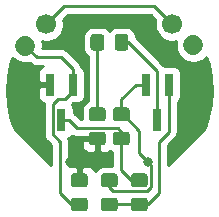
<source format=gbr>
G04 #@! TF.GenerationSoftware,KiCad,Pcbnew,5.1.5+dfsg1-2build2*
G04 #@! TF.CreationDate,2020-06-19T12:28:30-07:00*
G04 #@! TF.ProjectId,touch-circuit-v2,746f7563-682d-4636-9972-637569742d76,rev?*
G04 #@! TF.SameCoordinates,Original*
G04 #@! TF.FileFunction,Copper,L1,Top*
G04 #@! TF.FilePolarity,Positive*
%FSLAX46Y46*%
G04 Gerber Fmt 4.6, Leading zero omitted, Abs format (unit mm)*
G04 Created by KiCad (PCBNEW 5.1.5+dfsg1-2build2) date 2020-06-19 12:28:30*
%MOMM*%
%LPD*%
G04 APERTURE LIST*
%ADD10C,1.700000*%
%ADD11C,1.700000*%
%ADD12C,0.100000*%
%ADD13R,0.800000X1.900000*%
%ADD14C,0.800000*%
%ADD15C,0.250000*%
%ADD16C,0.254000*%
G04 APERTURE END LIST*
D10*
X136906000Y-84836000D03*
D11*
X135109949Y-86632051D02*
X135109949Y-86632051D01*
X149352000Y-86614000D02*
X149352000Y-86614000D01*
D10*
X147555949Y-84817949D03*
G04 #@! TA.AperFunction,SMDPad,CuDef*
D12*
G36*
X142714505Y-97461204D02*
G01*
X142738773Y-97464804D01*
X142762572Y-97470765D01*
X142785671Y-97479030D01*
X142807850Y-97489520D01*
X142828893Y-97502132D01*
X142848599Y-97516747D01*
X142866777Y-97533223D01*
X142883253Y-97551401D01*
X142897868Y-97571107D01*
X142910480Y-97592150D01*
X142920970Y-97614329D01*
X142929235Y-97637428D01*
X142935196Y-97661227D01*
X142938796Y-97685495D01*
X142940000Y-97709999D01*
X142940000Y-98360001D01*
X142938796Y-98384505D01*
X142935196Y-98408773D01*
X142929235Y-98432572D01*
X142920970Y-98455671D01*
X142910480Y-98477850D01*
X142897868Y-98498893D01*
X142883253Y-98518599D01*
X142866777Y-98536777D01*
X142848599Y-98553253D01*
X142828893Y-98567868D01*
X142807850Y-98580480D01*
X142785671Y-98590970D01*
X142762572Y-98599235D01*
X142738773Y-98605196D01*
X142714505Y-98608796D01*
X142690001Y-98610000D01*
X141789999Y-98610000D01*
X141765495Y-98608796D01*
X141741227Y-98605196D01*
X141717428Y-98599235D01*
X141694329Y-98590970D01*
X141672150Y-98580480D01*
X141651107Y-98567868D01*
X141631401Y-98553253D01*
X141613223Y-98536777D01*
X141596747Y-98518599D01*
X141582132Y-98498893D01*
X141569520Y-98477850D01*
X141559030Y-98455671D01*
X141550765Y-98432572D01*
X141544804Y-98408773D01*
X141541204Y-98384505D01*
X141540000Y-98360001D01*
X141540000Y-97709999D01*
X141541204Y-97685495D01*
X141544804Y-97661227D01*
X141550765Y-97637428D01*
X141559030Y-97614329D01*
X141569520Y-97592150D01*
X141582132Y-97571107D01*
X141596747Y-97551401D01*
X141613223Y-97533223D01*
X141631401Y-97516747D01*
X141651107Y-97502132D01*
X141672150Y-97489520D01*
X141694329Y-97479030D01*
X141717428Y-97470765D01*
X141741227Y-97464804D01*
X141765495Y-97461204D01*
X141789999Y-97460000D01*
X142690001Y-97460000D01*
X142714505Y-97461204D01*
G37*
G04 #@! TD.AperFunction*
G04 #@! TA.AperFunction,SMDPad,CuDef*
G36*
X142714505Y-99511204D02*
G01*
X142738773Y-99514804D01*
X142762572Y-99520765D01*
X142785671Y-99529030D01*
X142807850Y-99539520D01*
X142828893Y-99552132D01*
X142848599Y-99566747D01*
X142866777Y-99583223D01*
X142883253Y-99601401D01*
X142897868Y-99621107D01*
X142910480Y-99642150D01*
X142920970Y-99664329D01*
X142929235Y-99687428D01*
X142935196Y-99711227D01*
X142938796Y-99735495D01*
X142940000Y-99759999D01*
X142940000Y-100410001D01*
X142938796Y-100434505D01*
X142935196Y-100458773D01*
X142929235Y-100482572D01*
X142920970Y-100505671D01*
X142910480Y-100527850D01*
X142897868Y-100548893D01*
X142883253Y-100568599D01*
X142866777Y-100586777D01*
X142848599Y-100603253D01*
X142828893Y-100617868D01*
X142807850Y-100630480D01*
X142785671Y-100640970D01*
X142762572Y-100649235D01*
X142738773Y-100655196D01*
X142714505Y-100658796D01*
X142690001Y-100660000D01*
X141789999Y-100660000D01*
X141765495Y-100658796D01*
X141741227Y-100655196D01*
X141717428Y-100649235D01*
X141694329Y-100640970D01*
X141672150Y-100630480D01*
X141651107Y-100617868D01*
X141631401Y-100603253D01*
X141613223Y-100586777D01*
X141596747Y-100568599D01*
X141582132Y-100548893D01*
X141569520Y-100527850D01*
X141559030Y-100505671D01*
X141550765Y-100482572D01*
X141544804Y-100458773D01*
X141541204Y-100434505D01*
X141540000Y-100410001D01*
X141540000Y-99759999D01*
X141541204Y-99735495D01*
X141544804Y-99711227D01*
X141550765Y-99687428D01*
X141559030Y-99664329D01*
X141569520Y-99642150D01*
X141582132Y-99621107D01*
X141596747Y-99601401D01*
X141613223Y-99583223D01*
X141631401Y-99566747D01*
X141651107Y-99552132D01*
X141672150Y-99539520D01*
X141694329Y-99529030D01*
X141717428Y-99520765D01*
X141741227Y-99514804D01*
X141765495Y-99511204D01*
X141789999Y-99510000D01*
X142690001Y-99510000D01*
X142714505Y-99511204D01*
G37*
G04 #@! TD.AperFunction*
G04 #@! TA.AperFunction,SMDPad,CuDef*
G36*
X141564505Y-85661204D02*
G01*
X141588773Y-85664804D01*
X141612572Y-85670765D01*
X141635671Y-85679030D01*
X141657850Y-85689520D01*
X141678893Y-85702132D01*
X141698599Y-85716747D01*
X141716777Y-85733223D01*
X141733253Y-85751401D01*
X141747868Y-85771107D01*
X141760480Y-85792150D01*
X141770970Y-85814329D01*
X141779235Y-85837428D01*
X141785196Y-85861227D01*
X141788796Y-85885495D01*
X141790000Y-85909999D01*
X141790000Y-86810001D01*
X141788796Y-86834505D01*
X141785196Y-86858773D01*
X141779235Y-86882572D01*
X141770970Y-86905671D01*
X141760480Y-86927850D01*
X141747868Y-86948893D01*
X141733253Y-86968599D01*
X141716777Y-86986777D01*
X141698599Y-87003253D01*
X141678893Y-87017868D01*
X141657850Y-87030480D01*
X141635671Y-87040970D01*
X141612572Y-87049235D01*
X141588773Y-87055196D01*
X141564505Y-87058796D01*
X141540001Y-87060000D01*
X140889999Y-87060000D01*
X140865495Y-87058796D01*
X140841227Y-87055196D01*
X140817428Y-87049235D01*
X140794329Y-87040970D01*
X140772150Y-87030480D01*
X140751107Y-87017868D01*
X140731401Y-87003253D01*
X140713223Y-86986777D01*
X140696747Y-86968599D01*
X140682132Y-86948893D01*
X140669520Y-86927850D01*
X140659030Y-86905671D01*
X140650765Y-86882572D01*
X140644804Y-86858773D01*
X140641204Y-86834505D01*
X140640000Y-86810001D01*
X140640000Y-85909999D01*
X140641204Y-85885495D01*
X140644804Y-85861227D01*
X140650765Y-85837428D01*
X140659030Y-85814329D01*
X140669520Y-85792150D01*
X140682132Y-85771107D01*
X140696747Y-85751401D01*
X140713223Y-85733223D01*
X140731401Y-85716747D01*
X140751107Y-85702132D01*
X140772150Y-85689520D01*
X140794329Y-85679030D01*
X140817428Y-85670765D01*
X140841227Y-85664804D01*
X140865495Y-85661204D01*
X140889999Y-85660000D01*
X141540001Y-85660000D01*
X141564505Y-85661204D01*
G37*
G04 #@! TD.AperFunction*
G04 #@! TA.AperFunction,SMDPad,CuDef*
G36*
X143614505Y-85661204D02*
G01*
X143638773Y-85664804D01*
X143662572Y-85670765D01*
X143685671Y-85679030D01*
X143707850Y-85689520D01*
X143728893Y-85702132D01*
X143748599Y-85716747D01*
X143766777Y-85733223D01*
X143783253Y-85751401D01*
X143797868Y-85771107D01*
X143810480Y-85792150D01*
X143820970Y-85814329D01*
X143829235Y-85837428D01*
X143835196Y-85861227D01*
X143838796Y-85885495D01*
X143840000Y-85909999D01*
X143840000Y-86810001D01*
X143838796Y-86834505D01*
X143835196Y-86858773D01*
X143829235Y-86882572D01*
X143820970Y-86905671D01*
X143810480Y-86927850D01*
X143797868Y-86948893D01*
X143783253Y-86968599D01*
X143766777Y-86986777D01*
X143748599Y-87003253D01*
X143728893Y-87017868D01*
X143707850Y-87030480D01*
X143685671Y-87040970D01*
X143662572Y-87049235D01*
X143638773Y-87055196D01*
X143614505Y-87058796D01*
X143590001Y-87060000D01*
X142939999Y-87060000D01*
X142915495Y-87058796D01*
X142891227Y-87055196D01*
X142867428Y-87049235D01*
X142844329Y-87040970D01*
X142822150Y-87030480D01*
X142801107Y-87017868D01*
X142781401Y-87003253D01*
X142763223Y-86986777D01*
X142746747Y-86968599D01*
X142732132Y-86948893D01*
X142719520Y-86927850D01*
X142709030Y-86905671D01*
X142700765Y-86882572D01*
X142694804Y-86858773D01*
X142691204Y-86834505D01*
X142690000Y-86810001D01*
X142690000Y-85909999D01*
X142691204Y-85885495D01*
X142694804Y-85861227D01*
X142700765Y-85837428D01*
X142709030Y-85814329D01*
X142719520Y-85792150D01*
X142732132Y-85771107D01*
X142746747Y-85751401D01*
X142763223Y-85733223D01*
X142781401Y-85716747D01*
X142801107Y-85702132D01*
X142822150Y-85689520D01*
X142844329Y-85679030D01*
X142867428Y-85670765D01*
X142891227Y-85664804D01*
X142915495Y-85661204D01*
X142939999Y-85660000D01*
X143590001Y-85660000D01*
X143614505Y-85661204D01*
G37*
G04 #@! TD.AperFunction*
D13*
X139126000Y-89940000D03*
X137226000Y-89940000D03*
X138176000Y-92940000D03*
X146304000Y-92940000D03*
X145354000Y-89940000D03*
X147254000Y-89940000D03*
G04 #@! TA.AperFunction,SMDPad,CuDef*
D12*
G36*
X140174505Y-99511204D02*
G01*
X140198773Y-99514804D01*
X140222572Y-99520765D01*
X140245671Y-99529030D01*
X140267850Y-99539520D01*
X140288893Y-99552132D01*
X140308599Y-99566747D01*
X140326777Y-99583223D01*
X140343253Y-99601401D01*
X140357868Y-99621107D01*
X140370480Y-99642150D01*
X140380970Y-99664329D01*
X140389235Y-99687428D01*
X140395196Y-99711227D01*
X140398796Y-99735495D01*
X140400000Y-99759999D01*
X140400000Y-100410001D01*
X140398796Y-100434505D01*
X140395196Y-100458773D01*
X140389235Y-100482572D01*
X140380970Y-100505671D01*
X140370480Y-100527850D01*
X140357868Y-100548893D01*
X140343253Y-100568599D01*
X140326777Y-100586777D01*
X140308599Y-100603253D01*
X140288893Y-100617868D01*
X140267850Y-100630480D01*
X140245671Y-100640970D01*
X140222572Y-100649235D01*
X140198773Y-100655196D01*
X140174505Y-100658796D01*
X140150001Y-100660000D01*
X139249999Y-100660000D01*
X139225495Y-100658796D01*
X139201227Y-100655196D01*
X139177428Y-100649235D01*
X139154329Y-100640970D01*
X139132150Y-100630480D01*
X139111107Y-100617868D01*
X139091401Y-100603253D01*
X139073223Y-100586777D01*
X139056747Y-100568599D01*
X139042132Y-100548893D01*
X139029520Y-100527850D01*
X139019030Y-100505671D01*
X139010765Y-100482572D01*
X139004804Y-100458773D01*
X139001204Y-100434505D01*
X139000000Y-100410001D01*
X139000000Y-99759999D01*
X139001204Y-99735495D01*
X139004804Y-99711227D01*
X139010765Y-99687428D01*
X139019030Y-99664329D01*
X139029520Y-99642150D01*
X139042132Y-99621107D01*
X139056747Y-99601401D01*
X139073223Y-99583223D01*
X139091401Y-99566747D01*
X139111107Y-99552132D01*
X139132150Y-99539520D01*
X139154329Y-99529030D01*
X139177428Y-99520765D01*
X139201227Y-99514804D01*
X139225495Y-99511204D01*
X139249999Y-99510000D01*
X140150001Y-99510000D01*
X140174505Y-99511204D01*
G37*
G04 #@! TD.AperFunction*
G04 #@! TA.AperFunction,SMDPad,CuDef*
G36*
X140174505Y-97461204D02*
G01*
X140198773Y-97464804D01*
X140222572Y-97470765D01*
X140245671Y-97479030D01*
X140267850Y-97489520D01*
X140288893Y-97502132D01*
X140308599Y-97516747D01*
X140326777Y-97533223D01*
X140343253Y-97551401D01*
X140357868Y-97571107D01*
X140370480Y-97592150D01*
X140380970Y-97614329D01*
X140389235Y-97637428D01*
X140395196Y-97661227D01*
X140398796Y-97685495D01*
X140400000Y-97709999D01*
X140400000Y-98360001D01*
X140398796Y-98384505D01*
X140395196Y-98408773D01*
X140389235Y-98432572D01*
X140380970Y-98455671D01*
X140370480Y-98477850D01*
X140357868Y-98498893D01*
X140343253Y-98518599D01*
X140326777Y-98536777D01*
X140308599Y-98553253D01*
X140288893Y-98567868D01*
X140267850Y-98580480D01*
X140245671Y-98590970D01*
X140222572Y-98599235D01*
X140198773Y-98605196D01*
X140174505Y-98608796D01*
X140150001Y-98610000D01*
X139249999Y-98610000D01*
X139225495Y-98608796D01*
X139201227Y-98605196D01*
X139177428Y-98599235D01*
X139154329Y-98590970D01*
X139132150Y-98580480D01*
X139111107Y-98567868D01*
X139091401Y-98553253D01*
X139073223Y-98536777D01*
X139056747Y-98518599D01*
X139042132Y-98498893D01*
X139029520Y-98477850D01*
X139019030Y-98455671D01*
X139010765Y-98432572D01*
X139004804Y-98408773D01*
X139001204Y-98384505D01*
X139000000Y-98360001D01*
X139000000Y-97709999D01*
X139001204Y-97685495D01*
X139004804Y-97661227D01*
X139010765Y-97637428D01*
X139019030Y-97614329D01*
X139029520Y-97592150D01*
X139042132Y-97571107D01*
X139056747Y-97551401D01*
X139073223Y-97533223D01*
X139091401Y-97516747D01*
X139111107Y-97502132D01*
X139132150Y-97489520D01*
X139154329Y-97479030D01*
X139177428Y-97470765D01*
X139201227Y-97464804D01*
X139225495Y-97461204D01*
X139249999Y-97460000D01*
X140150001Y-97460000D01*
X140174505Y-97461204D01*
G37*
G04 #@! TD.AperFunction*
G04 #@! TA.AperFunction,SMDPad,CuDef*
G36*
X143730505Y-93923204D02*
G01*
X143754773Y-93926804D01*
X143778572Y-93932765D01*
X143801671Y-93941030D01*
X143823850Y-93951520D01*
X143844893Y-93964132D01*
X143864599Y-93978747D01*
X143882777Y-93995223D01*
X143899253Y-94013401D01*
X143913868Y-94033107D01*
X143926480Y-94054150D01*
X143936970Y-94076329D01*
X143945235Y-94099428D01*
X143951196Y-94123227D01*
X143954796Y-94147495D01*
X143956000Y-94171999D01*
X143956000Y-94822001D01*
X143954796Y-94846505D01*
X143951196Y-94870773D01*
X143945235Y-94894572D01*
X143936970Y-94917671D01*
X143926480Y-94939850D01*
X143913868Y-94960893D01*
X143899253Y-94980599D01*
X143882777Y-94998777D01*
X143864599Y-95015253D01*
X143844893Y-95029868D01*
X143823850Y-95042480D01*
X143801671Y-95052970D01*
X143778572Y-95061235D01*
X143754773Y-95067196D01*
X143730505Y-95070796D01*
X143706001Y-95072000D01*
X142805999Y-95072000D01*
X142781495Y-95070796D01*
X142757227Y-95067196D01*
X142733428Y-95061235D01*
X142710329Y-95052970D01*
X142688150Y-95042480D01*
X142667107Y-95029868D01*
X142647401Y-95015253D01*
X142629223Y-94998777D01*
X142612747Y-94980599D01*
X142598132Y-94960893D01*
X142585520Y-94939850D01*
X142575030Y-94917671D01*
X142566765Y-94894572D01*
X142560804Y-94870773D01*
X142557204Y-94846505D01*
X142556000Y-94822001D01*
X142556000Y-94171999D01*
X142557204Y-94147495D01*
X142560804Y-94123227D01*
X142566765Y-94099428D01*
X142575030Y-94076329D01*
X142585520Y-94054150D01*
X142598132Y-94033107D01*
X142612747Y-94013401D01*
X142629223Y-93995223D01*
X142647401Y-93978747D01*
X142667107Y-93964132D01*
X142688150Y-93951520D01*
X142710329Y-93941030D01*
X142733428Y-93932765D01*
X142757227Y-93926804D01*
X142781495Y-93923204D01*
X142805999Y-93922000D01*
X143706001Y-93922000D01*
X143730505Y-93923204D01*
G37*
G04 #@! TD.AperFunction*
G04 #@! TA.AperFunction,SMDPad,CuDef*
G36*
X143730505Y-91873204D02*
G01*
X143754773Y-91876804D01*
X143778572Y-91882765D01*
X143801671Y-91891030D01*
X143823850Y-91901520D01*
X143844893Y-91914132D01*
X143864599Y-91928747D01*
X143882777Y-91945223D01*
X143899253Y-91963401D01*
X143913868Y-91983107D01*
X143926480Y-92004150D01*
X143936970Y-92026329D01*
X143945235Y-92049428D01*
X143951196Y-92073227D01*
X143954796Y-92097495D01*
X143956000Y-92121999D01*
X143956000Y-92772001D01*
X143954796Y-92796505D01*
X143951196Y-92820773D01*
X143945235Y-92844572D01*
X143936970Y-92867671D01*
X143926480Y-92889850D01*
X143913868Y-92910893D01*
X143899253Y-92930599D01*
X143882777Y-92948777D01*
X143864599Y-92965253D01*
X143844893Y-92979868D01*
X143823850Y-92992480D01*
X143801671Y-93002970D01*
X143778572Y-93011235D01*
X143754773Y-93017196D01*
X143730505Y-93020796D01*
X143706001Y-93022000D01*
X142805999Y-93022000D01*
X142781495Y-93020796D01*
X142757227Y-93017196D01*
X142733428Y-93011235D01*
X142710329Y-93002970D01*
X142688150Y-92992480D01*
X142667107Y-92979868D01*
X142647401Y-92965253D01*
X142629223Y-92948777D01*
X142612747Y-92930599D01*
X142598132Y-92910893D01*
X142585520Y-92889850D01*
X142575030Y-92867671D01*
X142566765Y-92844572D01*
X142560804Y-92820773D01*
X142557204Y-92796505D01*
X142556000Y-92772001D01*
X142556000Y-92121999D01*
X142557204Y-92097495D01*
X142560804Y-92073227D01*
X142566765Y-92049428D01*
X142575030Y-92026329D01*
X142585520Y-92004150D01*
X142598132Y-91983107D01*
X142612747Y-91963401D01*
X142629223Y-91945223D01*
X142647401Y-91928747D01*
X142667107Y-91914132D01*
X142688150Y-91901520D01*
X142710329Y-91891030D01*
X142733428Y-91882765D01*
X142757227Y-91876804D01*
X142781495Y-91873204D01*
X142805999Y-91872000D01*
X143706001Y-91872000D01*
X143730505Y-91873204D01*
G37*
G04 #@! TD.AperFunction*
G04 #@! TA.AperFunction,SMDPad,CuDef*
G36*
X145254505Y-99511204D02*
G01*
X145278773Y-99514804D01*
X145302572Y-99520765D01*
X145325671Y-99529030D01*
X145347850Y-99539520D01*
X145368893Y-99552132D01*
X145388599Y-99566747D01*
X145406777Y-99583223D01*
X145423253Y-99601401D01*
X145437868Y-99621107D01*
X145450480Y-99642150D01*
X145460970Y-99664329D01*
X145469235Y-99687428D01*
X145475196Y-99711227D01*
X145478796Y-99735495D01*
X145480000Y-99759999D01*
X145480000Y-100410001D01*
X145478796Y-100434505D01*
X145475196Y-100458773D01*
X145469235Y-100482572D01*
X145460970Y-100505671D01*
X145450480Y-100527850D01*
X145437868Y-100548893D01*
X145423253Y-100568599D01*
X145406777Y-100586777D01*
X145388599Y-100603253D01*
X145368893Y-100617868D01*
X145347850Y-100630480D01*
X145325671Y-100640970D01*
X145302572Y-100649235D01*
X145278773Y-100655196D01*
X145254505Y-100658796D01*
X145230001Y-100660000D01*
X144329999Y-100660000D01*
X144305495Y-100658796D01*
X144281227Y-100655196D01*
X144257428Y-100649235D01*
X144234329Y-100640970D01*
X144212150Y-100630480D01*
X144191107Y-100617868D01*
X144171401Y-100603253D01*
X144153223Y-100586777D01*
X144136747Y-100568599D01*
X144122132Y-100548893D01*
X144109520Y-100527850D01*
X144099030Y-100505671D01*
X144090765Y-100482572D01*
X144084804Y-100458773D01*
X144081204Y-100434505D01*
X144080000Y-100410001D01*
X144080000Y-99759999D01*
X144081204Y-99735495D01*
X144084804Y-99711227D01*
X144090765Y-99687428D01*
X144099030Y-99664329D01*
X144109520Y-99642150D01*
X144122132Y-99621107D01*
X144136747Y-99601401D01*
X144153223Y-99583223D01*
X144171401Y-99566747D01*
X144191107Y-99552132D01*
X144212150Y-99539520D01*
X144234329Y-99529030D01*
X144257428Y-99520765D01*
X144281227Y-99514804D01*
X144305495Y-99511204D01*
X144329999Y-99510000D01*
X145230001Y-99510000D01*
X145254505Y-99511204D01*
G37*
G04 #@! TD.AperFunction*
G04 #@! TA.AperFunction,SMDPad,CuDef*
G36*
X145254505Y-97461204D02*
G01*
X145278773Y-97464804D01*
X145302572Y-97470765D01*
X145325671Y-97479030D01*
X145347850Y-97489520D01*
X145368893Y-97502132D01*
X145388599Y-97516747D01*
X145406777Y-97533223D01*
X145423253Y-97551401D01*
X145437868Y-97571107D01*
X145450480Y-97592150D01*
X145460970Y-97614329D01*
X145469235Y-97637428D01*
X145475196Y-97661227D01*
X145478796Y-97685495D01*
X145480000Y-97709999D01*
X145480000Y-98360001D01*
X145478796Y-98384505D01*
X145475196Y-98408773D01*
X145469235Y-98432572D01*
X145460970Y-98455671D01*
X145450480Y-98477850D01*
X145437868Y-98498893D01*
X145423253Y-98518599D01*
X145406777Y-98536777D01*
X145388599Y-98553253D01*
X145368893Y-98567868D01*
X145347850Y-98580480D01*
X145325671Y-98590970D01*
X145302572Y-98599235D01*
X145278773Y-98605196D01*
X145254505Y-98608796D01*
X145230001Y-98610000D01*
X144329999Y-98610000D01*
X144305495Y-98608796D01*
X144281227Y-98605196D01*
X144257428Y-98599235D01*
X144234329Y-98590970D01*
X144212150Y-98580480D01*
X144191107Y-98567868D01*
X144171401Y-98553253D01*
X144153223Y-98536777D01*
X144136747Y-98518599D01*
X144122132Y-98498893D01*
X144109520Y-98477850D01*
X144099030Y-98455671D01*
X144090765Y-98432572D01*
X144084804Y-98408773D01*
X144081204Y-98384505D01*
X144080000Y-98360001D01*
X144080000Y-97709999D01*
X144081204Y-97685495D01*
X144084804Y-97661227D01*
X144090765Y-97637428D01*
X144099030Y-97614329D01*
X144109520Y-97592150D01*
X144122132Y-97571107D01*
X144136747Y-97551401D01*
X144153223Y-97533223D01*
X144171401Y-97516747D01*
X144191107Y-97502132D01*
X144212150Y-97489520D01*
X144234329Y-97479030D01*
X144257428Y-97470765D01*
X144281227Y-97464804D01*
X144305495Y-97461204D01*
X144329999Y-97460000D01*
X145230001Y-97460000D01*
X145254505Y-97461204D01*
G37*
G04 #@! TD.AperFunction*
G04 #@! TA.AperFunction,SMDPad,CuDef*
G36*
X141698505Y-93923204D02*
G01*
X141722773Y-93926804D01*
X141746572Y-93932765D01*
X141769671Y-93941030D01*
X141791850Y-93951520D01*
X141812893Y-93964132D01*
X141832599Y-93978747D01*
X141850777Y-93995223D01*
X141867253Y-94013401D01*
X141881868Y-94033107D01*
X141894480Y-94054150D01*
X141904970Y-94076329D01*
X141913235Y-94099428D01*
X141919196Y-94123227D01*
X141922796Y-94147495D01*
X141924000Y-94171999D01*
X141924000Y-94822001D01*
X141922796Y-94846505D01*
X141919196Y-94870773D01*
X141913235Y-94894572D01*
X141904970Y-94917671D01*
X141894480Y-94939850D01*
X141881868Y-94960893D01*
X141867253Y-94980599D01*
X141850777Y-94998777D01*
X141832599Y-95015253D01*
X141812893Y-95029868D01*
X141791850Y-95042480D01*
X141769671Y-95052970D01*
X141746572Y-95061235D01*
X141722773Y-95067196D01*
X141698505Y-95070796D01*
X141674001Y-95072000D01*
X140773999Y-95072000D01*
X140749495Y-95070796D01*
X140725227Y-95067196D01*
X140701428Y-95061235D01*
X140678329Y-95052970D01*
X140656150Y-95042480D01*
X140635107Y-95029868D01*
X140615401Y-95015253D01*
X140597223Y-94998777D01*
X140580747Y-94980599D01*
X140566132Y-94960893D01*
X140553520Y-94939850D01*
X140543030Y-94917671D01*
X140534765Y-94894572D01*
X140528804Y-94870773D01*
X140525204Y-94846505D01*
X140524000Y-94822001D01*
X140524000Y-94171999D01*
X140525204Y-94147495D01*
X140528804Y-94123227D01*
X140534765Y-94099428D01*
X140543030Y-94076329D01*
X140553520Y-94054150D01*
X140566132Y-94033107D01*
X140580747Y-94013401D01*
X140597223Y-93995223D01*
X140615401Y-93978747D01*
X140635107Y-93964132D01*
X140656150Y-93951520D01*
X140678329Y-93941030D01*
X140701428Y-93932765D01*
X140725227Y-93926804D01*
X140749495Y-93923204D01*
X140773999Y-93922000D01*
X141674001Y-93922000D01*
X141698505Y-93923204D01*
G37*
G04 #@! TD.AperFunction*
G04 #@! TA.AperFunction,SMDPad,CuDef*
G36*
X141698505Y-91873204D02*
G01*
X141722773Y-91876804D01*
X141746572Y-91882765D01*
X141769671Y-91891030D01*
X141791850Y-91901520D01*
X141812893Y-91914132D01*
X141832599Y-91928747D01*
X141850777Y-91945223D01*
X141867253Y-91963401D01*
X141881868Y-91983107D01*
X141894480Y-92004150D01*
X141904970Y-92026329D01*
X141913235Y-92049428D01*
X141919196Y-92073227D01*
X141922796Y-92097495D01*
X141924000Y-92121999D01*
X141924000Y-92772001D01*
X141922796Y-92796505D01*
X141919196Y-92820773D01*
X141913235Y-92844572D01*
X141904970Y-92867671D01*
X141894480Y-92889850D01*
X141881868Y-92910893D01*
X141867253Y-92930599D01*
X141850777Y-92948777D01*
X141832599Y-92965253D01*
X141812893Y-92979868D01*
X141791850Y-92992480D01*
X141769671Y-93002970D01*
X141746572Y-93011235D01*
X141722773Y-93017196D01*
X141698505Y-93020796D01*
X141674001Y-93022000D01*
X140773999Y-93022000D01*
X140749495Y-93020796D01*
X140725227Y-93017196D01*
X140701428Y-93011235D01*
X140678329Y-93002970D01*
X140656150Y-92992480D01*
X140635107Y-92979868D01*
X140615401Y-92965253D01*
X140597223Y-92948777D01*
X140580747Y-92930599D01*
X140566132Y-92910893D01*
X140553520Y-92889850D01*
X140543030Y-92867671D01*
X140534765Y-92844572D01*
X140528804Y-92820773D01*
X140525204Y-92796505D01*
X140524000Y-92772001D01*
X140524000Y-92121999D01*
X140525204Y-92097495D01*
X140528804Y-92073227D01*
X140534765Y-92049428D01*
X140543030Y-92026329D01*
X140553520Y-92004150D01*
X140566132Y-91983107D01*
X140580747Y-91963401D01*
X140597223Y-91945223D01*
X140615401Y-91928747D01*
X140635107Y-91914132D01*
X140656150Y-91901520D01*
X140678329Y-91891030D01*
X140701428Y-91882765D01*
X140725227Y-91876804D01*
X140749495Y-91873204D01*
X140773999Y-91872000D01*
X141674001Y-91872000D01*
X141698505Y-91873204D01*
G37*
G04 #@! TD.AperFunction*
D14*
X145542000Y-96520000D03*
X138938000Y-96520000D03*
X134620000Y-88900000D03*
X149860000Y-88900000D03*
D15*
X144502000Y-89940000D02*
X145354000Y-89940000D01*
X143256000Y-91186000D02*
X144502000Y-89940000D01*
X143256000Y-92447000D02*
X143256000Y-91186000D01*
X145805010Y-96783010D02*
X145542000Y-96520000D01*
X145805010Y-98598180D02*
X145805010Y-96783010D01*
X145468180Y-98935010D02*
X145805010Y-98598180D01*
X142565010Y-98935010D02*
X145468180Y-98935010D01*
X142240000Y-98610000D02*
X142565010Y-98935010D01*
X142240000Y-98035000D02*
X142240000Y-98610000D01*
X143374000Y-92447000D02*
X143256000Y-92447000D01*
X144780000Y-93853000D02*
X143374000Y-92447000D01*
X144780000Y-95758000D02*
X144780000Y-93853000D01*
X145542000Y-96520000D02*
X144780000Y-95758000D01*
X141224000Y-86369000D02*
X141215000Y-86360000D01*
X141224000Y-92447000D02*
X141224000Y-86369000D01*
X144080000Y-98035000D02*
X144780000Y-98035000D01*
X143256000Y-97211000D02*
X144080000Y-98035000D01*
X143256000Y-94497000D02*
X143256000Y-97211000D01*
X143256000Y-93922000D02*
X143256000Y-94497000D01*
X139482990Y-93596990D02*
X142930990Y-93596990D01*
X138826000Y-92940000D02*
X139482990Y-93596990D01*
X142930990Y-93596990D02*
X143256000Y-93922000D01*
X138176000Y-92940000D02*
X138826000Y-92940000D01*
X142240000Y-100085000D02*
X144780000Y-100085000D01*
X146411990Y-94767012D02*
X147254000Y-93925002D01*
X146411990Y-99153010D02*
X146411990Y-94767012D01*
X147254000Y-93925002D02*
X147254000Y-91140000D01*
X145480000Y-100085000D02*
X146411990Y-99153010D01*
X147254000Y-91140000D02*
X147254000Y-89940000D01*
X144780000Y-100085000D02*
X145480000Y-100085000D01*
X143840000Y-86360000D02*
X143265000Y-86360000D01*
X146304000Y-88824000D02*
X143840000Y-86360000D01*
X146304000Y-92940000D02*
X146304000Y-88824000D01*
X139126000Y-90490000D02*
X139126000Y-89940000D01*
X138476000Y-91140000D02*
X139126000Y-90490000D01*
X137926000Y-91140000D02*
X138476000Y-91140000D01*
X137450999Y-91615001D02*
X137926000Y-91140000D01*
X137450999Y-94150001D02*
X137450999Y-91615001D01*
X138068010Y-94767012D02*
X137450999Y-94150001D01*
X138068010Y-99153010D02*
X138068010Y-94767012D01*
X139000000Y-100085000D02*
X138068010Y-99153010D01*
X139700000Y-100085000D02*
X139000000Y-100085000D01*
X139126000Y-88580000D02*
X139126000Y-89940000D01*
X138176000Y-87630000D02*
X139126000Y-88580000D01*
X136107898Y-87630000D02*
X138176000Y-87630000D01*
X135109949Y-86632051D02*
X136107898Y-87630000D01*
X146050000Y-83312000D02*
X147555949Y-84817949D01*
X138430000Y-83312000D02*
X146050000Y-83312000D01*
X136906000Y-84836000D02*
X138430000Y-83312000D01*
D16*
G36*
X139190743Y-94302536D02*
G01*
X139334004Y-94345993D01*
X139445657Y-94356990D01*
X139445666Y-94356990D01*
X139482989Y-94360666D01*
X139520312Y-94356990D01*
X140034740Y-94356990D01*
X140047750Y-94370000D01*
X141097000Y-94370000D01*
X141097000Y-94356990D01*
X141351000Y-94356990D01*
X141351000Y-94370000D01*
X141371000Y-94370000D01*
X141371000Y-94624000D01*
X141351000Y-94624000D01*
X141351000Y-95548250D01*
X141509750Y-95707000D01*
X141924000Y-95710072D01*
X142048482Y-95697812D01*
X142168180Y-95661502D01*
X142278494Y-95602537D01*
X142323041Y-95565979D01*
X142466149Y-95642472D01*
X142496000Y-95651527D01*
X142496001Y-96821928D01*
X141789999Y-96821928D01*
X141616745Y-96838992D01*
X141450149Y-96889528D01*
X141296613Y-96971595D01*
X141162038Y-97082038D01*
X141051595Y-97216613D01*
X141012136Y-97290435D01*
X140989502Y-97215820D01*
X140930537Y-97105506D01*
X140851185Y-97008815D01*
X140754494Y-96929463D01*
X140644180Y-96870498D01*
X140524482Y-96834188D01*
X140400000Y-96821928D01*
X139985750Y-96825000D01*
X139827000Y-96983750D01*
X139827000Y-97908000D01*
X139847000Y-97908000D01*
X139847000Y-98162000D01*
X139827000Y-98162000D01*
X139827000Y-98182000D01*
X139573000Y-98182000D01*
X139573000Y-98162000D01*
X139553000Y-98162000D01*
X139553000Y-97908000D01*
X139573000Y-97908000D01*
X139573000Y-96983750D01*
X139414250Y-96825000D01*
X139000000Y-96821928D01*
X138875518Y-96834188D01*
X138828010Y-96848599D01*
X138828010Y-95072000D01*
X139885928Y-95072000D01*
X139898188Y-95196482D01*
X139934498Y-95316180D01*
X139993463Y-95426494D01*
X140072815Y-95523185D01*
X140169506Y-95602537D01*
X140279820Y-95661502D01*
X140399518Y-95697812D01*
X140524000Y-95710072D01*
X140938250Y-95707000D01*
X141097000Y-95548250D01*
X141097000Y-94624000D01*
X140047750Y-94624000D01*
X139889000Y-94782750D01*
X139885928Y-95072000D01*
X138828010Y-95072000D01*
X138828010Y-94804334D01*
X138831686Y-94767011D01*
X138828010Y-94729688D01*
X138828010Y-94729679D01*
X138817013Y-94618026D01*
X138778801Y-94492054D01*
X138820180Y-94479502D01*
X138930494Y-94420537D01*
X139027185Y-94341185D01*
X139099103Y-94253553D01*
X139190743Y-94302536D01*
G37*
X139190743Y-94302536D02*
X139334004Y-94345993D01*
X139445657Y-94356990D01*
X139445666Y-94356990D01*
X139482989Y-94360666D01*
X139520312Y-94356990D01*
X140034740Y-94356990D01*
X140047750Y-94370000D01*
X141097000Y-94370000D01*
X141097000Y-94356990D01*
X141351000Y-94356990D01*
X141351000Y-94370000D01*
X141371000Y-94370000D01*
X141371000Y-94624000D01*
X141351000Y-94624000D01*
X141351000Y-95548250D01*
X141509750Y-95707000D01*
X141924000Y-95710072D01*
X142048482Y-95697812D01*
X142168180Y-95661502D01*
X142278494Y-95602537D01*
X142323041Y-95565979D01*
X142466149Y-95642472D01*
X142496000Y-95651527D01*
X142496001Y-96821928D01*
X141789999Y-96821928D01*
X141616745Y-96838992D01*
X141450149Y-96889528D01*
X141296613Y-96971595D01*
X141162038Y-97082038D01*
X141051595Y-97216613D01*
X141012136Y-97290435D01*
X140989502Y-97215820D01*
X140930537Y-97105506D01*
X140851185Y-97008815D01*
X140754494Y-96929463D01*
X140644180Y-96870498D01*
X140524482Y-96834188D01*
X140400000Y-96821928D01*
X139985750Y-96825000D01*
X139827000Y-96983750D01*
X139827000Y-97908000D01*
X139847000Y-97908000D01*
X139847000Y-98162000D01*
X139827000Y-98162000D01*
X139827000Y-98182000D01*
X139573000Y-98182000D01*
X139573000Y-98162000D01*
X139553000Y-98162000D01*
X139553000Y-97908000D01*
X139573000Y-97908000D01*
X139573000Y-96983750D01*
X139414250Y-96825000D01*
X139000000Y-96821928D01*
X138875518Y-96834188D01*
X138828010Y-96848599D01*
X138828010Y-95072000D01*
X139885928Y-95072000D01*
X139898188Y-95196482D01*
X139934498Y-95316180D01*
X139993463Y-95426494D01*
X140072815Y-95523185D01*
X140169506Y-95602537D01*
X140279820Y-95661502D01*
X140399518Y-95697812D01*
X140524000Y-95710072D01*
X140938250Y-95707000D01*
X141097000Y-95548250D01*
X141097000Y-94624000D01*
X140047750Y-94624000D01*
X139889000Y-94782750D01*
X139885928Y-95072000D01*
X138828010Y-95072000D01*
X138828010Y-94804334D01*
X138831686Y-94767011D01*
X138828010Y-94729688D01*
X138828010Y-94729679D01*
X138817013Y-94618026D01*
X138778801Y-94492054D01*
X138820180Y-94479502D01*
X138930494Y-94420537D01*
X139027185Y-94341185D01*
X139099103Y-94253553D01*
X139190743Y-94302536D01*
G36*
X146114740Y-84451541D02*
G01*
X146070949Y-84671689D01*
X146070949Y-84964209D01*
X146128017Y-85251107D01*
X146239959Y-85521360D01*
X146402474Y-85764581D01*
X146609317Y-85971424D01*
X146852538Y-86133939D01*
X147122791Y-86245881D01*
X147409689Y-86302949D01*
X147702209Y-86302949D01*
X147907918Y-86262031D01*
X147867000Y-86467740D01*
X147867000Y-86760260D01*
X147924068Y-87047158D01*
X148036010Y-87317411D01*
X148198525Y-87560632D01*
X148405368Y-87767475D01*
X148648589Y-87929990D01*
X148918842Y-88041932D01*
X149205740Y-88099000D01*
X149498260Y-88099000D01*
X149785158Y-88041932D01*
X150055411Y-87929990D01*
X150298632Y-87767475D01*
X150446027Y-87620080D01*
X150638945Y-88192327D01*
X150858384Y-89307713D01*
X150930358Y-90442179D01*
X150853637Y-91576342D01*
X150629401Y-92691458D01*
X150311217Y-93628797D01*
X147171990Y-96768025D01*
X147171990Y-95081813D01*
X147765004Y-94488800D01*
X147794001Y-94465003D01*
X147840720Y-94408076D01*
X147888974Y-94349279D01*
X147959546Y-94217249D01*
X147963336Y-94204754D01*
X148003003Y-94073988D01*
X148014000Y-93962335D01*
X148014000Y-93962325D01*
X148017676Y-93925002D01*
X148014000Y-93887679D01*
X148014000Y-91416018D01*
X148105185Y-91341185D01*
X148184537Y-91244494D01*
X148243502Y-91134180D01*
X148279812Y-91014482D01*
X148292072Y-90890000D01*
X148292072Y-88990000D01*
X148279812Y-88865518D01*
X148243502Y-88745820D01*
X148184537Y-88635506D01*
X148105185Y-88538815D01*
X148008494Y-88459463D01*
X147898180Y-88400498D01*
X147778482Y-88364188D01*
X147654000Y-88351928D01*
X146899749Y-88351928D01*
X146844001Y-88283999D01*
X146815003Y-88260201D01*
X144478072Y-85923271D01*
X144478072Y-85909999D01*
X144461008Y-85736745D01*
X144410472Y-85570149D01*
X144328405Y-85416613D01*
X144217962Y-85282038D01*
X144083387Y-85171595D01*
X143929851Y-85089528D01*
X143763255Y-85038992D01*
X143590001Y-85021928D01*
X142939999Y-85021928D01*
X142766745Y-85038992D01*
X142600149Y-85089528D01*
X142446613Y-85171595D01*
X142312038Y-85282038D01*
X142240000Y-85369816D01*
X142167962Y-85282038D01*
X142033387Y-85171595D01*
X141879851Y-85089528D01*
X141713255Y-85038992D01*
X141540001Y-85021928D01*
X140889999Y-85021928D01*
X140716745Y-85038992D01*
X140550149Y-85089528D01*
X140396613Y-85171595D01*
X140262038Y-85282038D01*
X140151595Y-85416613D01*
X140069528Y-85570149D01*
X140018992Y-85736745D01*
X140001928Y-85909999D01*
X140001928Y-86810001D01*
X140018992Y-86983255D01*
X140069528Y-87149851D01*
X140151595Y-87303387D01*
X140262038Y-87437962D01*
X140396613Y-87548405D01*
X140464001Y-87584425D01*
X140464000Y-91292473D01*
X140434149Y-91301528D01*
X140280613Y-91383595D01*
X140146038Y-91494038D01*
X140035595Y-91628613D01*
X139953528Y-91782149D01*
X139902992Y-91948745D01*
X139885928Y-92121999D01*
X139885928Y-92772001D01*
X139892329Y-92836990D01*
X139797792Y-92836990D01*
X139389803Y-92429002D01*
X139366001Y-92399999D01*
X139250276Y-92305026D01*
X139214072Y-92285674D01*
X139214072Y-91990000D01*
X139201812Y-91865518D01*
X139165502Y-91745820D01*
X139106537Y-91635506D01*
X139083440Y-91607362D01*
X139162729Y-91528072D01*
X139526000Y-91528072D01*
X139650482Y-91515812D01*
X139770180Y-91479502D01*
X139880494Y-91420537D01*
X139977185Y-91341185D01*
X140056537Y-91244494D01*
X140115502Y-91134180D01*
X140151812Y-91014482D01*
X140164072Y-90890000D01*
X140164072Y-88990000D01*
X140151812Y-88865518D01*
X140115502Y-88745820D01*
X140056537Y-88635506D01*
X139977185Y-88538815D01*
X139880494Y-88459463D01*
X139877656Y-88457946D01*
X139875003Y-88431014D01*
X139831546Y-88287753D01*
X139819370Y-88264974D01*
X139760974Y-88155723D01*
X139689799Y-88068997D01*
X139666001Y-88039999D01*
X139637004Y-88016202D01*
X138739804Y-87119002D01*
X138716001Y-87089999D01*
X138600276Y-86995026D01*
X138468247Y-86924454D01*
X138324986Y-86880997D01*
X138213333Y-86870000D01*
X138213322Y-86870000D01*
X138176000Y-86866324D01*
X138138678Y-86870000D01*
X136576711Y-86870000D01*
X136594949Y-86778311D01*
X136594949Y-86485791D01*
X136554031Y-86280082D01*
X136759740Y-86321000D01*
X137052260Y-86321000D01*
X137339158Y-86263932D01*
X137609411Y-86151990D01*
X137852632Y-85989475D01*
X138059475Y-85782632D01*
X138221990Y-85539411D01*
X138333932Y-85269158D01*
X138391000Y-84982260D01*
X138391000Y-84689740D01*
X138347210Y-84469593D01*
X138744803Y-84072000D01*
X145735199Y-84072000D01*
X146114740Y-84451541D01*
G37*
X146114740Y-84451541D02*
X146070949Y-84671689D01*
X146070949Y-84964209D01*
X146128017Y-85251107D01*
X146239959Y-85521360D01*
X146402474Y-85764581D01*
X146609317Y-85971424D01*
X146852538Y-86133939D01*
X147122791Y-86245881D01*
X147409689Y-86302949D01*
X147702209Y-86302949D01*
X147907918Y-86262031D01*
X147867000Y-86467740D01*
X147867000Y-86760260D01*
X147924068Y-87047158D01*
X148036010Y-87317411D01*
X148198525Y-87560632D01*
X148405368Y-87767475D01*
X148648589Y-87929990D01*
X148918842Y-88041932D01*
X149205740Y-88099000D01*
X149498260Y-88099000D01*
X149785158Y-88041932D01*
X150055411Y-87929990D01*
X150298632Y-87767475D01*
X150446027Y-87620080D01*
X150638945Y-88192327D01*
X150858384Y-89307713D01*
X150930358Y-90442179D01*
X150853637Y-91576342D01*
X150629401Y-92691458D01*
X150311217Y-93628797D01*
X147171990Y-96768025D01*
X147171990Y-95081813D01*
X147765004Y-94488800D01*
X147794001Y-94465003D01*
X147840720Y-94408076D01*
X147888974Y-94349279D01*
X147959546Y-94217249D01*
X147963336Y-94204754D01*
X148003003Y-94073988D01*
X148014000Y-93962335D01*
X148014000Y-93962325D01*
X148017676Y-93925002D01*
X148014000Y-93887679D01*
X148014000Y-91416018D01*
X148105185Y-91341185D01*
X148184537Y-91244494D01*
X148243502Y-91134180D01*
X148279812Y-91014482D01*
X148292072Y-90890000D01*
X148292072Y-88990000D01*
X148279812Y-88865518D01*
X148243502Y-88745820D01*
X148184537Y-88635506D01*
X148105185Y-88538815D01*
X148008494Y-88459463D01*
X147898180Y-88400498D01*
X147778482Y-88364188D01*
X147654000Y-88351928D01*
X146899749Y-88351928D01*
X146844001Y-88283999D01*
X146815003Y-88260201D01*
X144478072Y-85923271D01*
X144478072Y-85909999D01*
X144461008Y-85736745D01*
X144410472Y-85570149D01*
X144328405Y-85416613D01*
X144217962Y-85282038D01*
X144083387Y-85171595D01*
X143929851Y-85089528D01*
X143763255Y-85038992D01*
X143590001Y-85021928D01*
X142939999Y-85021928D01*
X142766745Y-85038992D01*
X142600149Y-85089528D01*
X142446613Y-85171595D01*
X142312038Y-85282038D01*
X142240000Y-85369816D01*
X142167962Y-85282038D01*
X142033387Y-85171595D01*
X141879851Y-85089528D01*
X141713255Y-85038992D01*
X141540001Y-85021928D01*
X140889999Y-85021928D01*
X140716745Y-85038992D01*
X140550149Y-85089528D01*
X140396613Y-85171595D01*
X140262038Y-85282038D01*
X140151595Y-85416613D01*
X140069528Y-85570149D01*
X140018992Y-85736745D01*
X140001928Y-85909999D01*
X140001928Y-86810001D01*
X140018992Y-86983255D01*
X140069528Y-87149851D01*
X140151595Y-87303387D01*
X140262038Y-87437962D01*
X140396613Y-87548405D01*
X140464001Y-87584425D01*
X140464000Y-91292473D01*
X140434149Y-91301528D01*
X140280613Y-91383595D01*
X140146038Y-91494038D01*
X140035595Y-91628613D01*
X139953528Y-91782149D01*
X139902992Y-91948745D01*
X139885928Y-92121999D01*
X139885928Y-92772001D01*
X139892329Y-92836990D01*
X139797792Y-92836990D01*
X139389803Y-92429002D01*
X139366001Y-92399999D01*
X139250276Y-92305026D01*
X139214072Y-92285674D01*
X139214072Y-91990000D01*
X139201812Y-91865518D01*
X139165502Y-91745820D01*
X139106537Y-91635506D01*
X139083440Y-91607362D01*
X139162729Y-91528072D01*
X139526000Y-91528072D01*
X139650482Y-91515812D01*
X139770180Y-91479502D01*
X139880494Y-91420537D01*
X139977185Y-91341185D01*
X140056537Y-91244494D01*
X140115502Y-91134180D01*
X140151812Y-91014482D01*
X140164072Y-90890000D01*
X140164072Y-88990000D01*
X140151812Y-88865518D01*
X140115502Y-88745820D01*
X140056537Y-88635506D01*
X139977185Y-88538815D01*
X139880494Y-88459463D01*
X139877656Y-88457946D01*
X139875003Y-88431014D01*
X139831546Y-88287753D01*
X139819370Y-88264974D01*
X139760974Y-88155723D01*
X139689799Y-88068997D01*
X139666001Y-88039999D01*
X139637004Y-88016202D01*
X138739804Y-87119002D01*
X138716001Y-87089999D01*
X138600276Y-86995026D01*
X138468247Y-86924454D01*
X138324986Y-86880997D01*
X138213333Y-86870000D01*
X138213322Y-86870000D01*
X138176000Y-86866324D01*
X138138678Y-86870000D01*
X136576711Y-86870000D01*
X136594949Y-86778311D01*
X136594949Y-86485791D01*
X136554031Y-86280082D01*
X136759740Y-86321000D01*
X137052260Y-86321000D01*
X137339158Y-86263932D01*
X137609411Y-86151990D01*
X137852632Y-85989475D01*
X138059475Y-85782632D01*
X138221990Y-85539411D01*
X138333932Y-85269158D01*
X138391000Y-84982260D01*
X138391000Y-84689740D01*
X138347210Y-84469593D01*
X138744803Y-84072000D01*
X145735199Y-84072000D01*
X146114740Y-84451541D01*
G36*
X134163317Y-87785526D02*
G01*
X134406538Y-87948041D01*
X134676791Y-88059983D01*
X134963689Y-88117051D01*
X135256209Y-88117051D01*
X135476357Y-88073261D01*
X135544098Y-88141002D01*
X135567897Y-88170001D01*
X135596895Y-88193799D01*
X135683621Y-88264974D01*
X135769542Y-88310900D01*
X135815651Y-88335546D01*
X135958912Y-88379003D01*
X136070565Y-88390000D01*
X136070575Y-88390000D01*
X136107897Y-88393676D01*
X136145220Y-88390000D01*
X136616427Y-88390000D01*
X136581820Y-88400498D01*
X136471506Y-88459463D01*
X136374815Y-88538815D01*
X136295463Y-88635506D01*
X136236498Y-88745820D01*
X136200188Y-88865518D01*
X136187928Y-88990000D01*
X136191000Y-89654250D01*
X136349750Y-89813000D01*
X137099000Y-89813000D01*
X137099000Y-89793000D01*
X137353000Y-89793000D01*
X137353000Y-89813000D01*
X137373000Y-89813000D01*
X137373000Y-90067000D01*
X137353000Y-90067000D01*
X137353000Y-90087000D01*
X137099000Y-90087000D01*
X137099000Y-90067000D01*
X136349750Y-90067000D01*
X136191000Y-90225750D01*
X136187928Y-90890000D01*
X136200188Y-91014482D01*
X136236498Y-91134180D01*
X136295463Y-91244494D01*
X136374815Y-91341185D01*
X136471506Y-91420537D01*
X136581820Y-91479502D01*
X136697221Y-91514508D01*
X136687323Y-91615001D01*
X136691000Y-91652333D01*
X136690999Y-94112678D01*
X136687323Y-94150001D01*
X136690999Y-94187323D01*
X136690999Y-94187333D01*
X136701996Y-94298986D01*
X136743560Y-94436005D01*
X136745453Y-94442247D01*
X136816025Y-94574277D01*
X136851929Y-94618026D01*
X136910998Y-94690002D01*
X136940001Y-94713804D01*
X137308011Y-95081815D01*
X137308011Y-96768025D01*
X134169288Y-93629303D01*
X133841054Y-92655671D01*
X133621616Y-91540288D01*
X133549642Y-90405821D01*
X133626363Y-89271658D01*
X133850465Y-88157210D01*
X134024834Y-87647043D01*
X134163317Y-87785526D01*
G37*
X134163317Y-87785526D02*
X134406538Y-87948041D01*
X134676791Y-88059983D01*
X134963689Y-88117051D01*
X135256209Y-88117051D01*
X135476357Y-88073261D01*
X135544098Y-88141002D01*
X135567897Y-88170001D01*
X135596895Y-88193799D01*
X135683621Y-88264974D01*
X135769542Y-88310900D01*
X135815651Y-88335546D01*
X135958912Y-88379003D01*
X136070565Y-88390000D01*
X136070575Y-88390000D01*
X136107897Y-88393676D01*
X136145220Y-88390000D01*
X136616427Y-88390000D01*
X136581820Y-88400498D01*
X136471506Y-88459463D01*
X136374815Y-88538815D01*
X136295463Y-88635506D01*
X136236498Y-88745820D01*
X136200188Y-88865518D01*
X136187928Y-88990000D01*
X136191000Y-89654250D01*
X136349750Y-89813000D01*
X137099000Y-89813000D01*
X137099000Y-89793000D01*
X137353000Y-89793000D01*
X137353000Y-89813000D01*
X137373000Y-89813000D01*
X137373000Y-90067000D01*
X137353000Y-90067000D01*
X137353000Y-90087000D01*
X137099000Y-90087000D01*
X137099000Y-90067000D01*
X136349750Y-90067000D01*
X136191000Y-90225750D01*
X136187928Y-90890000D01*
X136200188Y-91014482D01*
X136236498Y-91134180D01*
X136295463Y-91244494D01*
X136374815Y-91341185D01*
X136471506Y-91420537D01*
X136581820Y-91479502D01*
X136697221Y-91514508D01*
X136687323Y-91615001D01*
X136691000Y-91652333D01*
X136690999Y-94112678D01*
X136687323Y-94150001D01*
X136690999Y-94187323D01*
X136690999Y-94187333D01*
X136701996Y-94298986D01*
X136743560Y-94436005D01*
X136745453Y-94442247D01*
X136816025Y-94574277D01*
X136851929Y-94618026D01*
X136910998Y-94690002D01*
X136940001Y-94713804D01*
X137308011Y-95081815D01*
X137308011Y-96768025D01*
X134169288Y-93629303D01*
X133841054Y-92655671D01*
X133621616Y-91540288D01*
X133549642Y-90405821D01*
X133626363Y-89271658D01*
X133850465Y-88157210D01*
X134024834Y-87647043D01*
X134163317Y-87785526D01*
M02*

</source>
